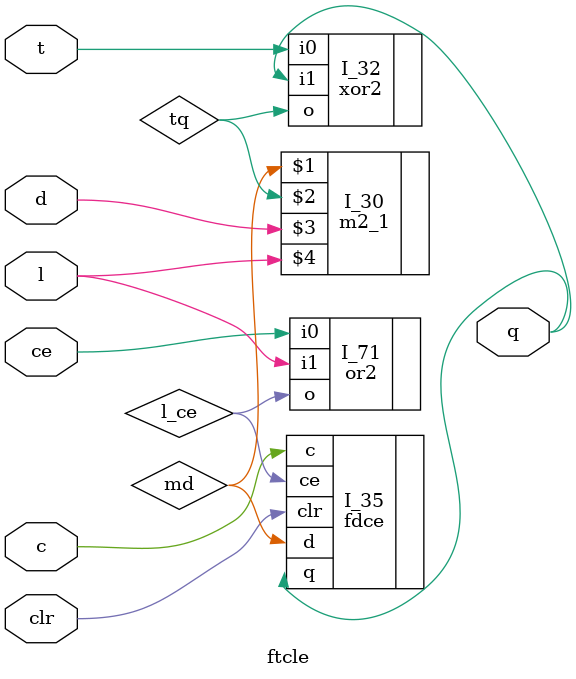
<source format=v>

module ftcle( q, c, ce, clr, d, l, t );

output  q;


input  c, ce, clr, d, l, t;





specify 
    specparam CDS_LIBNAME  = "xc7000";
    specparam CDS_CELLNAME = "ftcle";
    specparam CDS_VIEWNAME = "schematic";
endspecify

xor2  I_32( .i0(t), .i1(q), .o(tq));
m2_1 I_30( md, tq, d, l);
fdce  I_35( .d(md), .clr(clr), .ce(l_ce), .q(q), .c(c));
or2  I_71( .o(l_ce), .i0(ce), .i1(l));

endmodule

</source>
